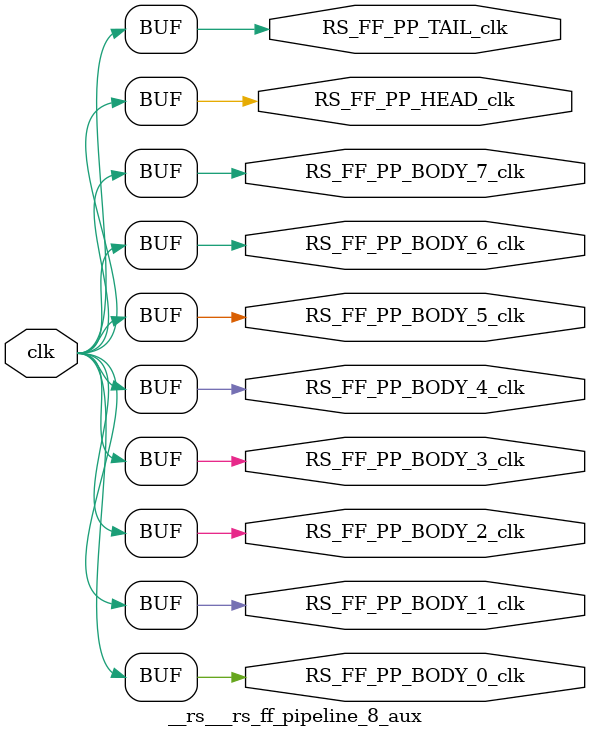
<source format=v>
`timescale 1 ns / 1 ps
module __rs___rs_ff_pipeline_8_aux #(
    parameter DATA_WIDTH      = 32,
    parameter HEAD_LEVEL      = 0,
    parameter BODY_LEVEL      = 8,
    parameter TAIL_LEVEL      = 0,
    parameter __HEAD_REGION   = "",
    parameter __BODY_0_REGION = "",
    parameter __BODY_1_REGION = "",
    parameter __BODY_2_REGION = "",
    parameter __BODY_3_REGION = "",
    parameter __BODY_4_REGION = "",
    parameter __BODY_5_REGION = "",
    parameter __BODY_6_REGION = "",
    parameter __BODY_7_REGION = "",
    parameter __TAIL_REGION   = ""
) (
    output wire RS_FF_PP_BODY_0_clk,
    output wire RS_FF_PP_BODY_1_clk,
    output wire RS_FF_PP_BODY_2_clk,
    output wire RS_FF_PP_BODY_3_clk,
    output wire RS_FF_PP_BODY_4_clk,
    output wire RS_FF_PP_BODY_5_clk,
    output wire RS_FF_PP_BODY_6_clk,
    output wire RS_FF_PP_BODY_7_clk,
    output wire RS_FF_PP_HEAD_clk,
    output wire RS_FF_PP_TAIL_clk,
    input wire  clk
);
  wire [DATA_WIDTH-1:0] body_dout_0;
  wire [DATA_WIDTH-1:0] body_dout_1;
  wire [DATA_WIDTH-1:0] body_dout_2;
  wire [DATA_WIDTH-1:0] body_dout_3;
  wire [DATA_WIDTH-1:0] body_dout_4;
  wire [DATA_WIDTH-1:0] body_dout_5;
  wire [DATA_WIDTH-1:0] body_dout_6;
  wire [DATA_WIDTH-1:0] body_dout_7;
  wire [DATA_WIDTH-1:0] body_dout_8;
  assign RS_FF_PP_HEAD_clk = clk;
  assign RS_FF_PP_BODY_0_clk = clk;
  assign RS_FF_PP_BODY_1_clk = clk;
  assign RS_FF_PP_BODY_2_clk = clk;
  assign RS_FF_PP_BODY_3_clk = clk;
  assign RS_FF_PP_BODY_4_clk = clk;
  assign RS_FF_PP_BODY_5_clk = clk;
  assign RS_FF_PP_BODY_6_clk = clk;
  assign RS_FF_PP_BODY_7_clk = clk;
  assign RS_FF_PP_TAIL_clk = clk;
endmodule
</source>
